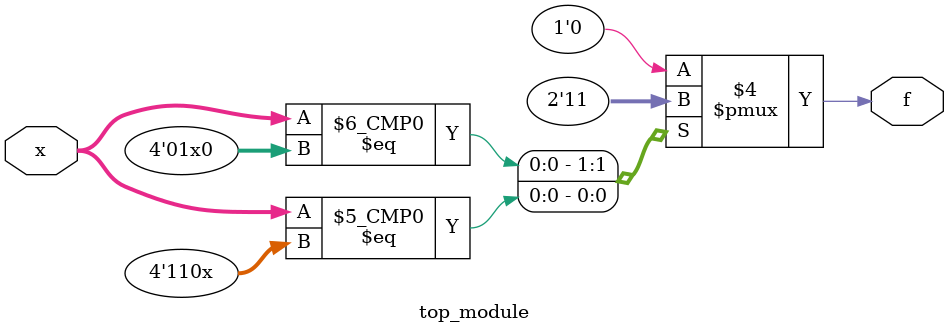
<source format=sv>
module top_module (
	input [4:1] x,
	output logic f
);

always_comb begin
	case (x)
		4'b00xx: f = 0;
		4'b01x1: f = 0;
		4'b01x0: f = 1;
		4'b110x: f = 1;
		4'b1111: f = 0;
		default: f = 0; // Don't care case
	endcase
end

endmodule

</source>
